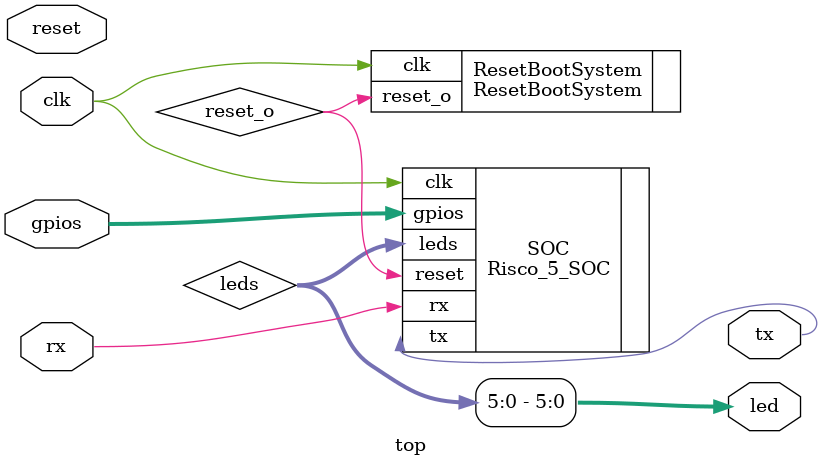
<source format=v>

module top (
    input wire clk,
    input wire reset,
    input wire rx,
    output wire tx,
    output wire [5:0] led,
    inout [4:0]gpios
);

wire reset_o;
wire [7:0] leds;

ResetBootSystem #(
    .CYCLES(20)
) ResetBootSystem(
    .clk(clk),
    .reset_o(reset_o)
);

assign led = leds [5:0];

Risco_5_SOC #(
    .CLOCK_FREQ(27000000),
    .BIT_RATE(9600),
    .MEMORY_SIZE(2048),
    .MEMORY_FILE("../../software/memory/fpga_test_3.hex"),
    .GPIO_WIDHT(5)
) SOC(
    .clk(clk),
    .reset(reset_o),
    .leds(leds),
    .rx(rx),
    .tx(tx),
    .gpios(gpios)
);

endmodule

</source>
